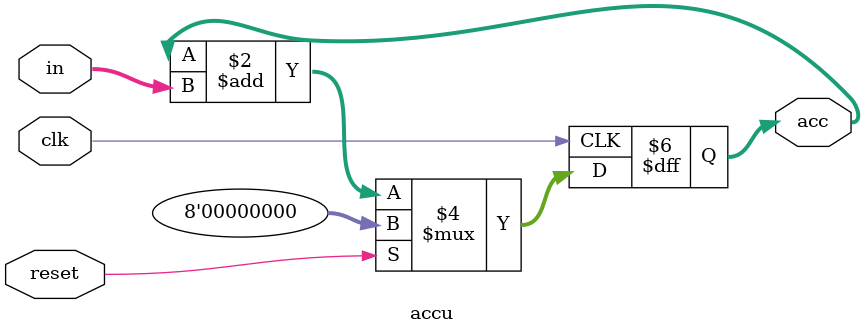
<source format=v>
module accu(in, acc, clk, reset); 
input [7:0] in; 
input clk, reset; 
output reg [7:0]acc; 
always @(negedge clk) 
begin 
 if (reset)  
 acc<=0; 
 else  
 acc<=acc+in; 
end 
endmodule

</source>
